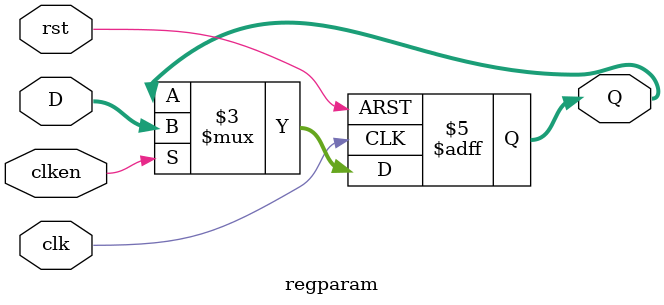
<source format=v>
`timescale 1ns / 1ps
module regparam 
	# (parameter SIZE = 16)
	(output reg [SIZE-1:0] Q,
    input [SIZE-1:0] D,
    input clk,
    input rst,
    input clken
    );
	 
	 always @(posedge clk, negedge rst)
	 begin
		if(~rst)
			Q <= 0;
		else if(clken)
			Q <= D;
	 end

endmodule

</source>
